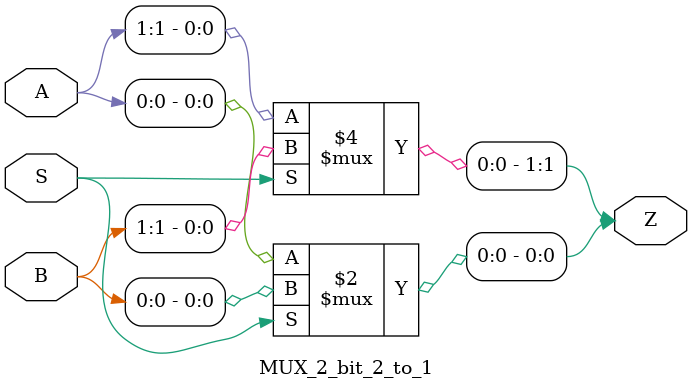
<source format=v>
`timescale 1ns / 1ps


module MUX_2_bit_2_to_1( // design start form there
    input [1:0] A, //input bus 1
    input [1:0] B,// input bus 2
    input S,// select line
    output [1:0] Z//output bus
    );
    // basicly that's a bus selecter in the form of  multiplexer if select is 0 then select bus 1 otherwise select bus 2
    assign Z[0] = S == 1'b0 ? A[0] : B[0]; // assign the vlaue of input 1[0] if select line is 0 otherwise input 2[0]
    assign Z[1] = S == 1'b0 ? A[1] : B[1]; // assign the vlaue of input 1[1] if select line is 0 otherwise input 2[1]
  
endmodule// end of the deign

</source>
